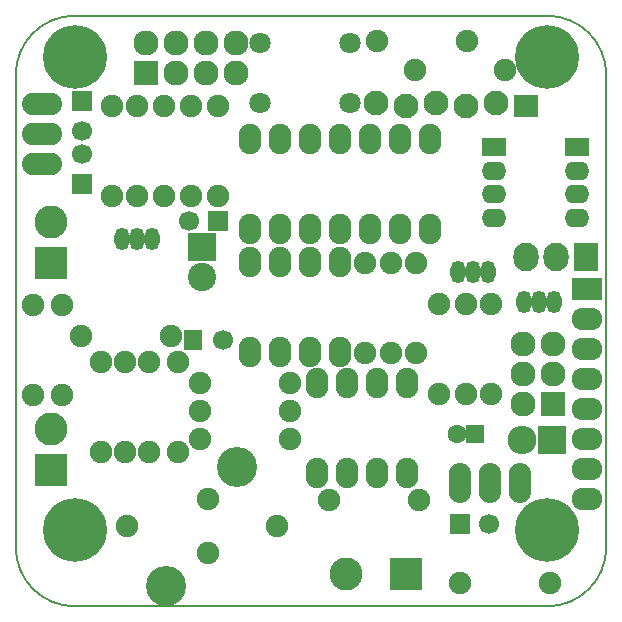
<source format=gbs>
G04 #@! TF.FileFunction,Soldermask,Bot*
%FSLAX46Y46*%
G04 Gerber Fmt 4.6, Leading zero omitted, Abs format (unit mm)*
G04 Created by KiCad (PCBNEW 4.0.2+dfsg1-stable) date Sa 29 Apr 2017 09:23:48 CEST*
%MOMM*%
G01*
G04 APERTURE LIST*
%ADD10C,0.100000*%
%ADD11C,0.150000*%
%ADD12O,1.901140X2.599640*%
%ADD13C,1.900000*%
%ADD14R,2.099260X1.598880*%
%ADD15O,2.099260X1.598880*%
%ADD16C,1.797000*%
%ADD17C,2.800000*%
%ADD18R,2.800000X2.800000*%
%ADD19C,5.400000*%
%ADD20R,2.127200X2.127200*%
%ADD21O,2.127200X2.127200*%
%ADD22R,2.597100X1.924000*%
%ADD23O,2.597100X1.924000*%
%ADD24C,3.400000*%
%ADD25R,2.400000X2.400000*%
%ADD26C,2.400000*%
%ADD27R,2.000000X1.900000*%
%ADD28C,2.100000*%
%ADD29R,2.127200X2.432000*%
%ADD30O,2.127200X2.432000*%
%ADD31R,1.600000X1.600000*%
%ADD32C,1.600000*%
%ADD33R,2.432000X2.432000*%
%ADD34O,2.432000X2.432000*%
%ADD35O,1.900000X3.400000*%
%ADD36O,3.400000X1.900000*%
%ADD37R,1.600000X1.700000*%
%ADD38C,1.700000*%
%ADD39R,1.700000X1.700000*%
%ADD40O,1.299160X1.901140*%
G04 APERTURE END LIST*
D10*
D11*
X100000000Y-80000000D02*
G75*
G03X95000000Y-85000000I0J-5000000D01*
G01*
X145000000Y-85000000D02*
G75*
G03X140000000Y-80000000I-5000000J0D01*
G01*
X140000000Y-130000000D02*
G75*
G03X145000000Y-125000000I0J5000000D01*
G01*
X95000000Y-125000000D02*
G75*
G03X100000000Y-130000000I5000000J0D01*
G01*
X95000000Y-85000000D02*
X95000000Y-125000000D01*
X140000000Y-80000000D02*
X100000000Y-80000000D01*
X145000000Y-125000000D02*
X145000000Y-85000000D01*
X100000000Y-130000000D02*
X140000000Y-130000000D01*
D12*
X128143000Y-111125000D03*
X125603000Y-111125000D03*
X123063000Y-111125000D03*
X120523000Y-111125000D03*
X120523000Y-118745000D03*
X123063000Y-118745000D03*
X125603000Y-118745000D03*
X128143000Y-118745000D03*
D13*
X96456500Y-112141000D03*
X96456500Y-104521000D03*
D14*
X135509000Y-91104720D03*
D15*
X135509000Y-95107760D03*
X135509000Y-93106240D03*
X135509000Y-97106740D03*
D16*
X123317000Y-82296000D03*
X123317000Y-87376000D03*
X115697000Y-82296000D03*
X115697000Y-87376000D03*
D13*
X111252000Y-120904000D03*
D17*
X122936000Y-127254000D03*
D18*
X128016000Y-127254000D03*
D19*
X100000000Y-83500000D03*
X140000000Y-83500000D03*
X140000000Y-123500000D03*
X100000000Y-123500000D03*
D20*
X106045000Y-84836000D03*
D21*
X106045000Y-82296000D03*
X108585000Y-84836000D03*
X108585000Y-82296000D03*
X111125000Y-84836000D03*
X111125000Y-82296000D03*
X113665000Y-84836000D03*
X113665000Y-82296000D03*
D13*
X140208000Y-128016000D03*
X132588000Y-128016000D03*
X129159000Y-121031000D03*
X121539000Y-121031000D03*
X110617000Y-115824000D03*
X118237000Y-115824000D03*
X106299000Y-116967000D03*
X106299000Y-109347000D03*
X98933000Y-112141000D03*
X98933000Y-104521000D03*
X108712000Y-109347000D03*
X108712000Y-116967000D03*
X110642400Y-111099600D03*
X118262400Y-111099600D03*
X108153200Y-107086400D03*
X100533200Y-107086400D03*
D20*
X140462000Y-112903000D03*
D21*
X137922000Y-112903000D03*
X140462000Y-110363000D03*
X137922000Y-110363000D03*
X140462000Y-107823000D03*
X137922000Y-107823000D03*
D13*
X133096000Y-104394000D03*
X133096000Y-112014000D03*
X130810000Y-104394000D03*
X130810000Y-112014000D03*
X104267000Y-116967000D03*
X104267000Y-109347000D03*
X124587000Y-100965000D03*
X124587000Y-108585000D03*
X126746000Y-100965000D03*
X126746000Y-108585000D03*
X128905000Y-100965000D03*
X128905000Y-108585000D03*
X135255000Y-104394000D03*
X135255000Y-112014000D03*
X125603000Y-82169000D03*
X133223000Y-82169000D03*
D22*
X143383000Y-103124000D03*
D23*
X143383000Y-105664000D03*
X143383000Y-108204000D03*
X143383000Y-110744000D03*
X143383000Y-113284000D03*
X143383000Y-115824000D03*
X143383000Y-118364000D03*
X143383000Y-120904000D03*
D24*
X107744000Y-128240800D03*
X113744000Y-118240800D03*
D13*
X117094000Y-123240800D03*
X104394000Y-123240800D03*
X110642400Y-113461800D03*
X118262400Y-113461800D03*
D25*
X110744000Y-99568000D03*
D26*
X110744000Y-102108000D03*
D27*
X138176000Y-87604600D03*
D28*
X135636000Y-87401400D03*
X133096000Y-87604600D03*
X130556000Y-87401400D03*
X128016000Y-87604600D03*
X125476000Y-87401400D03*
D17*
X97982000Y-97437000D03*
D18*
X97982000Y-100937000D03*
D13*
X102235000Y-116967000D03*
X102235000Y-109347000D03*
X107569000Y-87630000D03*
X107569000Y-95250000D03*
X105283000Y-87630000D03*
X105283000Y-95250000D03*
X109855000Y-87630000D03*
X109855000Y-95250000D03*
X112141000Y-87630000D03*
X112141000Y-95250000D03*
X103124000Y-95250000D03*
X103124000Y-87630000D03*
D29*
X143256000Y-100457000D03*
D30*
X140716000Y-100457000D03*
X138176000Y-100457000D03*
D12*
X114808000Y-108458000D03*
X117348000Y-108458000D03*
X119888000Y-108458000D03*
X122428000Y-108458000D03*
X122428000Y-100838000D03*
X119888000Y-100838000D03*
X117348000Y-100838000D03*
X114808000Y-100838000D03*
D14*
X142494000Y-91104720D03*
D15*
X142494000Y-95107760D03*
X142494000Y-93106240D03*
X142494000Y-97106740D03*
D31*
X133846000Y-115443000D03*
D32*
X132346000Y-115443000D03*
D33*
X140411200Y-115925600D03*
D34*
X137871200Y-115925600D03*
D13*
X128778000Y-84582000D03*
X136398000Y-84582000D03*
X111252000Y-125476000D03*
D12*
X114808000Y-98044000D03*
X117348000Y-98044000D03*
X119888000Y-98044000D03*
X122428000Y-98044000D03*
X124968000Y-98044000D03*
X127508000Y-98044000D03*
X130048000Y-98044000D03*
X130048000Y-90424000D03*
X127508000Y-90424000D03*
X124968000Y-90424000D03*
X122428000Y-90424000D03*
X119888000Y-90424000D03*
X117348000Y-90424000D03*
X114808000Y-90424000D03*
D35*
X135128000Y-119583200D03*
X132588000Y-119583200D03*
X137668000Y-119583200D03*
D36*
X97193100Y-90030300D03*
X97193100Y-87490300D03*
X97193100Y-92570300D03*
D17*
X97982000Y-114963000D03*
D18*
X97982000Y-118463000D03*
D37*
X110032800Y-107492800D03*
D38*
X112532800Y-107492800D03*
D39*
X132588000Y-123063000D03*
D38*
X135088000Y-123063000D03*
D39*
X100584000Y-87249000D03*
D38*
X100584000Y-89749000D03*
D39*
X100584000Y-94234000D03*
D38*
X100584000Y-91734000D03*
D39*
X112141000Y-97409000D03*
D38*
X109641000Y-97409000D03*
D40*
X133731000Y-101727000D03*
X135001000Y-101727000D03*
X132461000Y-101727000D03*
X105283000Y-98869500D03*
X106553000Y-98869500D03*
X104013000Y-98869500D03*
X139319000Y-104203500D03*
X140589000Y-104203500D03*
X138049000Y-104203500D03*
M02*

</source>
